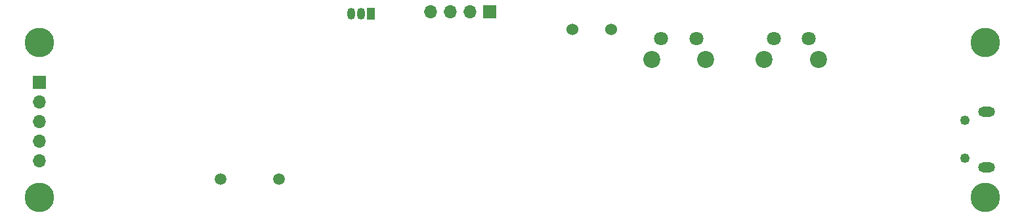
<source format=gbs>
%TF.GenerationSoftware,KiCad,Pcbnew,(5.1.9)-1*%
%TF.CreationDate,2020-12-28T18:37:18+08:00*%
%TF.ProjectId,kaika_clock_main,6b61696b-615f-4636-9c6f-636b5f6d6169,rev?*%
%TF.SameCoordinates,Original*%
%TF.FileFunction,Soldermask,Bot*%
%TF.FilePolarity,Negative*%
%FSLAX46Y46*%
G04 Gerber Fmt 4.6, Leading zero omitted, Abs format (unit mm)*
G04 Created by KiCad (PCBNEW (5.1.9)-1) date 2020-12-28 18:37:18*
%MOMM*%
%LPD*%
G01*
G04 APERTURE LIST*
%ADD10C,1.799996*%
%ADD11C,2.199996*%
%ADD12R,1.050000X1.500000*%
%ADD13O,1.050000X1.500000*%
%ADD14C,1.250010*%
%ADD15O,2.199996X1.299997*%
%ADD16C,1.524000*%
%ADD17C,3.800000*%
%ADD18C,1.500022*%
%ADD19O,1.700000X1.700000*%
%ADD20R,1.700000X1.700000*%
G04 APERTURE END LIST*
D10*
%TO.C,SW1*%
X202250084Y-105450092D03*
X197749966Y-105450092D03*
D11*
X203500018Y-108150112D03*
X196500032Y-108150112D03*
%TD*%
D12*
%TO.C,U6*%
X145800000Y-102200000D03*
D13*
X143260000Y-102200000D03*
X144530000Y-102200000D03*
%TD*%
D14*
%TO.C,P1*%
X222407318Y-116069220D03*
X222407318Y-120910460D03*
D15*
X225207414Y-122099942D03*
X225207414Y-114900058D03*
%TD*%
D16*
%TO.C,R6*%
X176800122Y-104300000D03*
X171800132Y-104300000D03*
%TD*%
D17*
%TO.C,H4*%
X103000000Y-126000000D03*
%TD*%
%TO.C,H3*%
X225000000Y-126000000D03*
%TD*%
%TO.C,H2*%
X225000000Y-106000000D03*
%TD*%
%TO.C,H1*%
X103000000Y-106000000D03*
%TD*%
D10*
%TO.C,SW3*%
X187750084Y-105450092D03*
X183249966Y-105450092D03*
D11*
X189000018Y-108150112D03*
X182000032Y-108150112D03*
%TD*%
D18*
%TO.C,U5*%
X133911600Y-123700000D03*
X126418600Y-123700000D03*
%TD*%
D19*
%TO.C,J6*%
X103000000Y-121260000D03*
X103000000Y-118720000D03*
X103000000Y-116180000D03*
X103000000Y-113640000D03*
D20*
X103000000Y-111100000D03*
%TD*%
D19*
%TO.C,J1*%
X153480000Y-102000000D03*
X156020000Y-102000000D03*
X158560000Y-102000000D03*
D20*
X161100000Y-102000000D03*
%TD*%
M02*

</source>
